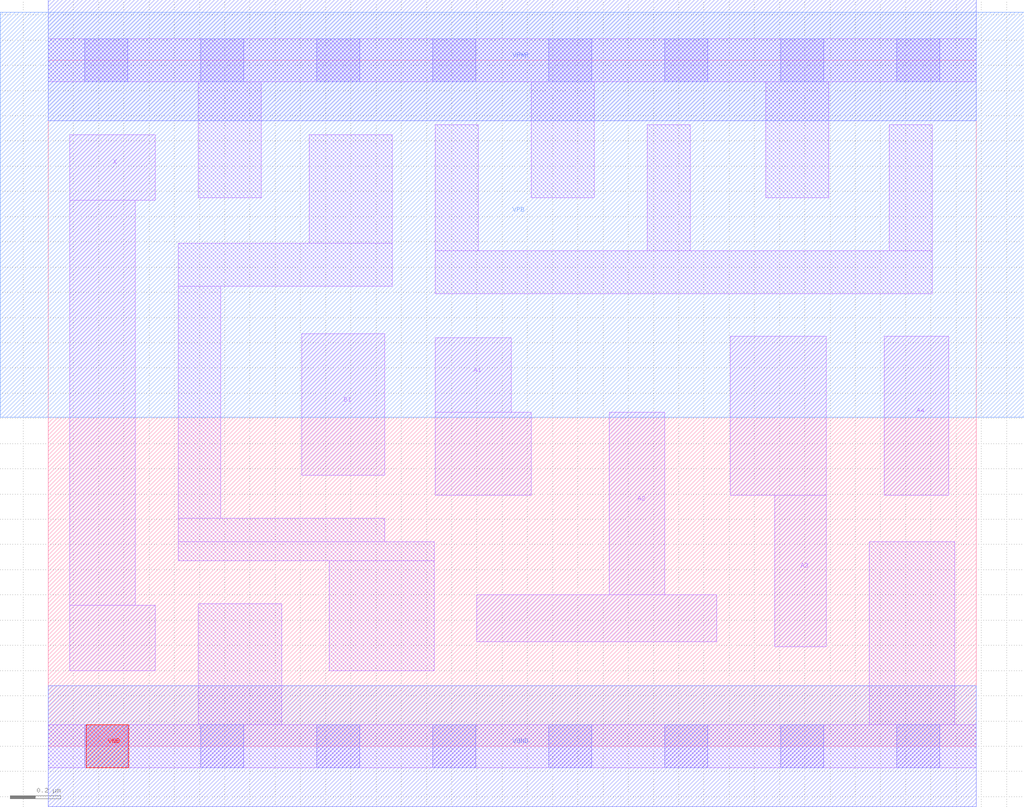
<source format=lef>
# Copyright 2020 The SkyWater PDK Authors
#
# Licensed under the Apache License, Version 2.0 (the "License");
# you may not use this file except in compliance with the License.
# You may obtain a copy of the License at
#
#     https://www.apache.org/licenses/LICENSE-2.0
#
# Unless required by applicable law or agreed to in writing, software
# distributed under the License is distributed on an "AS IS" BASIS,
# WITHOUT WARRANTIES OR CONDITIONS OF ANY KIND, either express or implied.
# See the License for the specific language governing permissions and
# limitations under the License.
#
# SPDX-License-Identifier: Apache-2.0

VERSION 5.7 ;
  NOWIREEXTENSIONATPIN ON ;
  DIVIDERCHAR "/" ;
  BUSBITCHARS "[]" ;
MACRO sky130_fd_sc_hd__a41o_1
  CLASS CORE ;
  FOREIGN sky130_fd_sc_hd__a41o_1 ;
  ORIGIN  0.000000  0.000000 ;
  SIZE  3.680000 BY  2.720000 ;
  SYMMETRY X Y R90 ;
  SITE unithd ;
  PIN A1
    ANTENNAGATEAREA  0.247500 ;
    DIRECTION INPUT ;
    USE SIGNAL ;
    PORT
      LAYER li1 ;
        RECT 1.535000 0.995000 1.915000 1.325000 ;
        RECT 1.535000 1.325000 1.835000 1.620000 ;
    END
  END A1
  PIN A2
    ANTENNAGATEAREA  0.247500 ;
    DIRECTION INPUT ;
    USE SIGNAL ;
    PORT
      LAYER li1 ;
        RECT 1.700000 0.415000 2.650000 0.600000 ;
        RECT 2.225000 0.600000 2.445000 1.325000 ;
    END
  END A2
  PIN A3
    ANTENNAGATEAREA  0.247500 ;
    DIRECTION INPUT ;
    USE SIGNAL ;
    PORT
      LAYER li1 ;
        RECT 2.705000 0.995000 3.085000 1.625000 ;
        RECT 2.880000 0.395000 3.085000 0.995000 ;
    END
  END A3
  PIN A4
    ANTENNAGATEAREA  0.247500 ;
    DIRECTION INPUT ;
    USE SIGNAL ;
    PORT
      LAYER li1 ;
        RECT 3.315000 0.995000 3.570000 1.625000 ;
    END
  END A4
  PIN B1
    ANTENNAGATEAREA  0.247500 ;
    DIRECTION INPUT ;
    USE SIGNAL ;
    PORT
      LAYER li1 ;
        RECT 1.005000 1.075000 1.335000 1.635000 ;
    END
  END B1
  PIN VNB
    PORT
      LAYER pwell ;
        RECT 0.150000 -0.085000 0.320000 0.085000 ;
    END
  END VNB
  PIN VPB
    PORT
      LAYER nwell ;
        RECT -0.190000 1.305000 3.870000 2.910000 ;
    END
  END VPB
  PIN X
    ANTENNADIFFAREA  0.429000 ;
    DIRECTION OUTPUT ;
    USE SIGNAL ;
    PORT
      LAYER li1 ;
        RECT 0.085000 0.300000 0.425000 0.560000 ;
        RECT 0.085000 0.560000 0.345000 2.165000 ;
        RECT 0.085000 2.165000 0.425000 2.425000 ;
    END
  END X
  PIN VGND
    DIRECTION INOUT ;
    SHAPE ABUTMENT ;
    USE GROUND ;
    PORT
      LAYER met1 ;
        RECT 0.000000 -0.240000 3.680000 0.240000 ;
    END
  END VGND
  PIN VPWR
    DIRECTION INOUT ;
    SHAPE ABUTMENT ;
    USE POWER ;
    PORT
      LAYER met1 ;
        RECT 0.000000 2.480000 3.680000 2.960000 ;
    END
  END VPWR
  OBS
    LAYER li1 ;
      RECT 0.000000 -0.085000 3.680000 0.085000 ;
      RECT 0.000000  2.635000 3.680000 2.805000 ;
      RECT 0.515000  0.735000 1.530000 0.810000 ;
      RECT 0.515000  0.810000 1.335000 0.905000 ;
      RECT 0.515000  0.905000 0.685000 1.825000 ;
      RECT 0.515000  1.825000 1.365000 1.995000 ;
      RECT 0.595000  0.085000 0.925000 0.565000 ;
      RECT 0.595000  2.175000 0.845000 2.635000 ;
      RECT 1.035000  1.995000 1.365000 2.425000 ;
      RECT 1.115000  0.300000 1.530000 0.735000 ;
      RECT 1.535000  1.795000 3.505000 1.965000 ;
      RECT 1.535000  1.965000 1.705000 2.465000 ;
      RECT 1.915000  2.175000 2.165000 2.635000 ;
      RECT 2.375000  1.965000 2.545000 2.465000 ;
      RECT 2.845000  2.175000 3.095000 2.635000 ;
      RECT 3.255000  0.085000 3.595000 0.810000 ;
      RECT 3.335000  1.965000 3.505000 2.465000 ;
    LAYER mcon ;
      RECT 0.145000 -0.085000 0.315000 0.085000 ;
      RECT 0.145000  2.635000 0.315000 2.805000 ;
      RECT 0.605000 -0.085000 0.775000 0.085000 ;
      RECT 0.605000  2.635000 0.775000 2.805000 ;
      RECT 1.065000 -0.085000 1.235000 0.085000 ;
      RECT 1.065000  2.635000 1.235000 2.805000 ;
      RECT 1.525000 -0.085000 1.695000 0.085000 ;
      RECT 1.525000  2.635000 1.695000 2.805000 ;
      RECT 1.985000 -0.085000 2.155000 0.085000 ;
      RECT 1.985000  2.635000 2.155000 2.805000 ;
      RECT 2.445000 -0.085000 2.615000 0.085000 ;
      RECT 2.445000  2.635000 2.615000 2.805000 ;
      RECT 2.905000 -0.085000 3.075000 0.085000 ;
      RECT 2.905000  2.635000 3.075000 2.805000 ;
      RECT 3.365000 -0.085000 3.535000 0.085000 ;
      RECT 3.365000  2.635000 3.535000 2.805000 ;
  END
END sky130_fd_sc_hd__a41o_1
END LIBRARY

</source>
